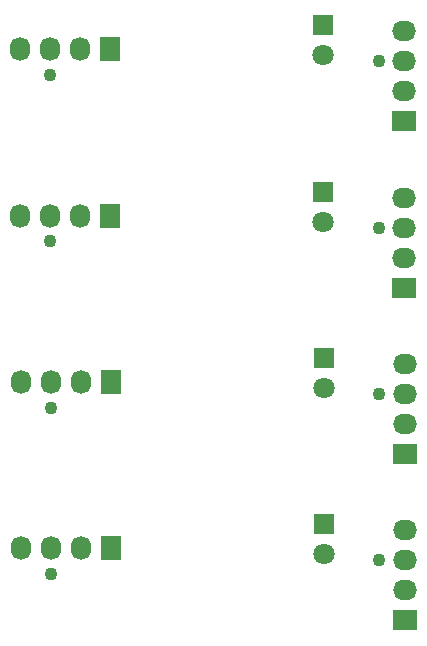
<source format=gbr>
%TF.GenerationSoftware,KiCad,Pcbnew,7.0.9*%
%TF.CreationDate,2023-12-25T23:00:35+05:45*%
%TF.ProjectId,Attiny85_USB_panel,41747469-6e79-4383-955f-5553425f7061,rev?*%
%TF.SameCoordinates,Original*%
%TF.FileFunction,Soldermask,Bot*%
%TF.FilePolarity,Negative*%
%FSLAX46Y46*%
G04 Gerber Fmt 4.6, Leading zero omitted, Abs format (unit mm)*
G04 Created by KiCad (PCBNEW 7.0.9) date 2023-12-25 23:00:35*
%MOMM*%
%LPD*%
G01*
G04 APERTURE LIST*
%ADD10C,1.100000*%
%ADD11R,1.730000X2.030000*%
%ADD12O,1.730000X2.030000*%
%ADD13R,2.030000X1.730000*%
%ADD14O,2.030000X1.730000*%
%ADD15R,1.800000X1.800000*%
%ADD16C,1.800000*%
G04 APERTURE END LIST*
D10*
%TO.C,J1*%
X96774000Y-46864000D03*
D11*
X101854000Y-44704000D03*
D12*
X99314000Y-44704000D03*
X96774000Y-44704000D03*
X94234000Y-44704000D03*
%TD*%
D10*
%TO.C,J2*%
X124588600Y-59791600D03*
D13*
X126748600Y-64871600D03*
D14*
X126748600Y-62331600D03*
X126748600Y-59791600D03*
X126748600Y-57251600D03*
%TD*%
D15*
%TO.C,D3*%
X119888000Y-42667000D03*
D16*
X119888000Y-45207000D03*
%TD*%
D15*
%TO.C,D3*%
X119938800Y-84907200D03*
D16*
X119938800Y-87447200D03*
%TD*%
D10*
%TO.C,J1*%
X96822200Y-75032600D03*
D11*
X101902200Y-72872600D03*
D12*
X99362200Y-72872600D03*
X96822200Y-72872600D03*
X94282200Y-72872600D03*
%TD*%
D10*
%TO.C,J2*%
X124634200Y-73888600D03*
D13*
X126794200Y-78968600D03*
D14*
X126794200Y-76428600D03*
X126794200Y-73888600D03*
X126794200Y-71348600D03*
%TD*%
D10*
%TO.C,J2*%
X124586000Y-45720000D03*
D13*
X126746000Y-50800000D03*
D14*
X126746000Y-48260000D03*
X126746000Y-45720000D03*
X126746000Y-43180000D03*
%TD*%
D15*
%TO.C,D3*%
X119936200Y-70835600D03*
D16*
X119936200Y-73375600D03*
%TD*%
D10*
%TO.C,J2*%
X124636800Y-87960200D03*
D13*
X126796800Y-93040200D03*
D14*
X126796800Y-90500200D03*
X126796800Y-87960200D03*
X126796800Y-85420200D03*
%TD*%
D10*
%TO.C,J1*%
X96824800Y-89104200D03*
D11*
X101904800Y-86944200D03*
D12*
X99364800Y-86944200D03*
X96824800Y-86944200D03*
X94284800Y-86944200D03*
%TD*%
D10*
%TO.C,J1*%
X96776600Y-60935600D03*
D11*
X101856600Y-58775600D03*
D12*
X99316600Y-58775600D03*
X96776600Y-58775600D03*
X94236600Y-58775600D03*
%TD*%
D15*
%TO.C,D3*%
X119890600Y-56738600D03*
D16*
X119890600Y-59278600D03*
%TD*%
M02*

</source>
